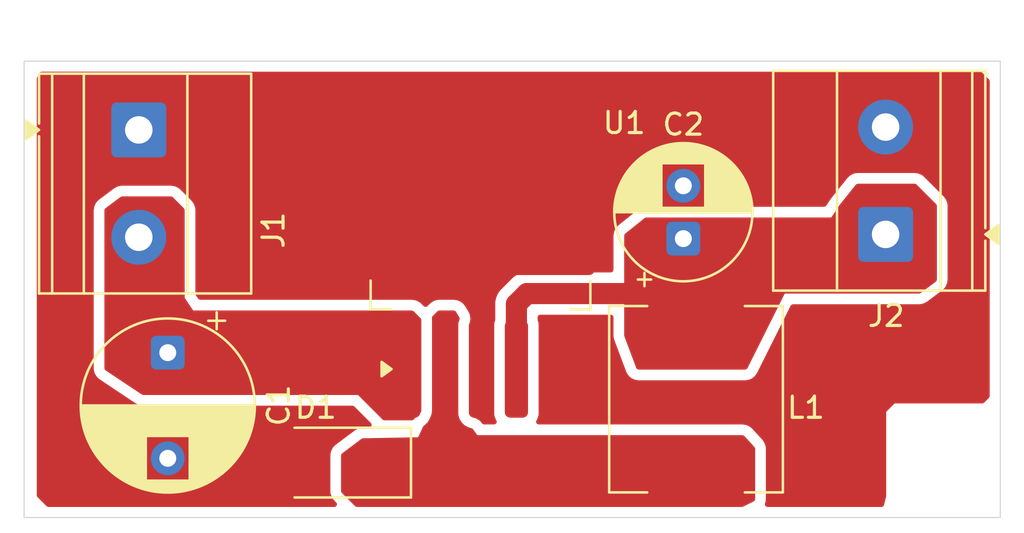
<source format=kicad_pcb>
(kicad_pcb (version 20241229) (generator "pcbnew") (generator_version "9.0")
  (layers (0 "F.Cu" signal) (2 "B.Cu" signal) (13 "F.Paste" user) (15 "B.Paste" user) (5 "F.SilkS" user "F.Silkscreen") (7 "B.SilkS" user "B.Silkscreen") (1 "F.Mask" user) (3 "B.Mask" user) (25 "Edge.Cuts" user))
  (net 0 "")
  (net 1 "GND")
  (net 2 "+12V")
  (net 3 "+5V")
  (net 4 "Net-(D1-K)")
  (footprint "TerminalBlock_Phoenix:TerminalBlock_Phoenix_MKDS-1,5-2-5.08_1x02_P5.08mm_Horizontal" (layer "F.Cu") (at 115.3725 95.2 90)
    (property "Reference" "J2" (at -3.855 0.0275 180) (layer "F.SilkS"))
    (property "Value" "Screw_Terminal_01x02")
    (fp_line (start 7.74 -5.32) (end 7.74 4.72) (stroke (width 0.12)) (layer "F.SilkS"))
    (fp_line (start -2.66 -5.32) (end 7.74 -5.32) (stroke (width 0.12)) (layer "F.SilkS"))
    (fp_line (start -2.66 -2.3) (end 7.74 -2.3) (stroke (width 0.12)) (layer "F.SilkS"))
    (fp_line (start -2.66 2.6) (end 7.74 2.6) (stroke (width 0.12)) (layer "F.SilkS"))
    (fp_line (start -2.66 4.1) (end 7.74 4.1) (stroke (width 0.12)) (layer "F.SilkS"))
    (fp_line (start 7.74 4.72) (end 0.3 4.72) (stroke (width 0.12)) (layer "F.SilkS"))
    (fp_line (start -0.3 4.72) (end -2.66 4.72) (stroke (width 0.12)) (layer "F.SilkS"))
    (fp_line (start -2.66 4.72) (end -2.66 -5.32) (stroke (width 0.12)) (layer "F.SilkS"))
    (fp_poly (pts (xy 0 4.72) (xy 0.44 5.33) (xy -0.44 5.33)) (stroke (width 0.12)) (fill yes) (layer "F.SilkS"))
    (pad "1" thru_hole roundrect (at 0 0 90) (size 2.6 2.6) (drill 1.3) (layers "*.Cu" "*.Mask") (roundrect_rratio 0.096154) (net 3 "+5V"))
    (pad "2" thru_hole circle (at 5.08 0 90) (size 2.6 2.6) (drill 1.3) (layers "*.Cu" "*.Mask") (net 1 "GND"))
  )
  (footprint "TerminalBlock_Phoenix:TerminalBlock_Phoenix_MKDS-1,5-2-5.08_1x02_P5.08mm_Horizontal" (layer "F.Cu") (at 80.0275 90.255 -90)
    (property "Reference" "J1" (at 4.745 -6.3725 90) (layer "F.SilkS"))
    (property "Value" "Screw_Terminal_01x02")
    (fp_line (start -2.66 4.72) (end -2.66 -5.32) (stroke (width 0.12)) (layer "F.SilkS"))
    (fp_line (start -0.3 4.72) (end -2.66 4.72) (stroke (width 0.12)) (layer "F.SilkS"))
    (fp_line (start 7.74 4.72) (end 0.3 4.72) (stroke (width 0.12)) (layer "F.SilkS"))
    (fp_line (start -2.66 4.1) (end 7.74 4.1) (stroke (width 0.12)) (layer "F.SilkS"))
    (fp_line (start -2.66 2.6) (end 7.74 2.6) (stroke (width 0.12)) (layer "F.SilkS"))
    (fp_line (start -2.66 -2.3) (end 7.74 -2.3) (stroke (width 0.12)) (layer "F.SilkS"))
    (fp_line (start -2.66 -5.32) (end 7.74 -5.32) (stroke (width 0.12)) (layer "F.SilkS"))
    (fp_line (start 7.74 -5.32) (end 7.74 4.72) (stroke (width 0.12)) (layer "F.SilkS"))
    (fp_poly (pts (xy 0 4.72) (xy 0.44 5.33) (xy -0.44 5.33)) (stroke (width 0.12)) (fill yes) (layer "F.SilkS"))
    (pad "1" thru_hole roundrect (at 0 0 270) (size 2.6 2.6) (drill 1.3) (layers "*.Cu" "*.Mask") (roundrect_rratio 0.096154) (net 1 "GND"))
    (pad "2" thru_hole circle (at 5.08 0 270) (size 2.6 2.6) (drill 1.3) (layers "*.Cu" "*.Mask") (net 2 "+12V"))
  )
  (footprint "Diode_SMD:D_SMA" (layer "F.Cu") (at 89.4 106 180)
    (property "Reference" "D1" (at 1 2.6 0) (layer "F.SilkS"))
    (property "Value" "D_Schottky")
    (fp_line (start -3.51 1.65) (end 2 1.65) (stroke (width 0.12)) (layer "F.SilkS"))
    (fp_line (start -3.51 -1.65) (end 2 -1.65) (stroke (width 0.12)) (layer "F.SilkS"))
    (fp_line (start -3.51 -1.65) (end -3.51 1.65) (stroke (width 0.12)) (layer "F.SilkS"))
    (pad "1" smd roundrect (at -2 0 180) (size 2.5 1.8) (layers "F.Cu" "F.Mask" "F.Paste") (roundrect_rratio 0.1388888889) (net 4 "Net-(D1-K)"))
    (pad "2" smd roundrect (at 2 0 180) (size 2.5 1.8) (layers "F.Cu" "F.Mask" "F.Paste") (roundrect_rratio 0.1388888889) (net 1 "GND"))
  )
  (footprint "Inductor_SMD:L_APV_APH0840" (layer "F.Cu") (at 106.4 103 90)
    (property "Reference" "L1" (at -0.4 5.2 180) (layer "F.SilkS"))
    (property "Value" "33uH")
    (fp_line (start 4.41 -4.11) (end 4.41 -2.31) (stroke (width 0.12)) (layer "F.SilkS"))
    (fp_line (start -4.41 -4.11) (end 4.41 -4.11) (stroke (width 0.12)) (layer "F.SilkS"))
    (fp_line (start -4.41 -2.31) (end -4.41 -4.11) (stroke (width 0.12)) (layer "F.SilkS"))
    (fp_line (start 4.41 2.31) (end 4.41 4.11) (stroke (width 0.12)) (layer "F.SilkS"))
    (fp_line (start 4.41 4.11) (end -4.41 4.11) (stroke (width 0.12)) (layer "F.SilkS"))
    (fp_line (start -4.41 4.11) (end -4.41 2.31) (stroke (width 0.12)) (layer "F.SilkS"))
    (pad "1" smd roundrect (at -3.5 0 90) (size 3 4.1) (layers "F.Cu" "F.Mask" "F.Paste") (roundrect_rratio 0.083333) (net 4 "Net-(D1-K)"))
    (pad "2" smd roundrect (at 3.5 0 90) (size 3 4.1) (layers "F.Cu" "F.Mask" "F.Paste") (roundrect_rratio 0.083333) (net 3 "+5V"))
  )
  (footprint "Capacitor_THT:CP_Radial_D6.3mm_P2.50mm" (layer "F.Cu") (at 105.8 95.4 90)
    (property "Reference" "C2" (at 5.4 0 180) (layer "F.SilkS"))
    (property "Value" "220uF")
    (fp_line (start 1.29 -3.23) (end 1.29 3.23) (stroke (width 0.12)) (layer "F.SilkS"))
    (fp_line (start 1.25 -3.23) (end 1.25 3.23) (stroke (width 0.12)) (layer "F.SilkS"))
    (fp_line (start 1.33 -3.229) (end 1.33 3.229) (stroke (width 0.12)) (layer "F.SilkS"))
    (fp_line (start 1.37 -3.228) (end 1.37 3.228) (stroke (width 0.12)) (layer "F.SilkS"))
    (fp_line (start 1.41 -3.226) (end 1.41 3.226) (stroke (width 0.12)) (layer "F.SilkS"))
    (fp_line (start 1.45 -3.224) (end 1.45 3.224) (stroke (width 0.12)) (layer "F.SilkS"))
    (fp_line (start 1.49 -3.221) (end 1.49 -1.04) (stroke (width 0.12)) (layer "F.SilkS"))
    (fp_line (start 1.53 -3.218) (end 1.53 -1.04) (stroke (width 0.12)) (layer "F.SilkS"))
    (fp_line (start 1.57 -3.214) (end 1.57 -1.04) (stroke (width 0.12)) (layer "F.SilkS"))
    (fp_line (start 1.61 -3.21) (end 1.61 -1.04) (stroke (width 0.12)) (layer "F.SilkS"))
    (fp_line (start 1.65 -3.205) (end 1.65 -1.04) (stroke (width 0.12)) (layer "F.SilkS"))
    (fp_line (start 1.69 -3.2) (end 1.69 -1.04) (stroke (width 0.12)) (layer "F.SilkS"))
    (fp_line (start 1.73 -3.195) (end 1.73 -1.04) (stroke (width 0.12)) (layer "F.SilkS"))
    (fp_line (start 1.77 -3.188) (end 1.77 -1.04) (stroke (width 0.12)) (layer "F.SilkS"))
    (fp_line (start 1.81 -3.182) (end 1.81 -1.04) (stroke (width 0.12)) (layer "F.SilkS"))
    (fp_line (start 1.85 -3.174) (end 1.85 -1.04) (stroke (width 0.12)) (layer "F.SilkS"))
    (fp_line (start 1.89 -3.167) (end 1.89 -1.04) (stroke (width 0.12)) (layer "F.SilkS"))
    (fp_line (start 1.93 -3.159) (end 1.93 -1.04) (stroke (width 0.12)) (layer "F.SilkS"))
    (fp_line (start 1.97 -3.15) (end 1.97 -1.04) (stroke (width 0.12)) (layer "F.SilkS"))
    (fp_line (start 2.01 -3.14) (end 2.01 -1.04) (stroke (width 0.12)) (layer "F.SilkS"))
    (fp_line (start 2.05 -3.131) (end 2.05 -1.04) (stroke (width 0.12)) (layer "F.SilkS"))
    (fp_line (start 2.09 -3.12) (end 2.09 -1.04) (stroke (width 0.12)) (layer "F.SilkS"))
    (fp_line (start 2.13 -3.109) (end 2.13 -1.04) (stroke (width 0.12)) (layer "F.SilkS"))
    (fp_line (start 2.17 -3.098) (end 2.17 -1.04) (stroke (width 0.12)) (layer "F.SilkS"))
    (fp_line (start 2.21 -3.086) (end 2.21 -1.04) (stroke (width 0.12)) (layer "F.SilkS"))
    (fp_line (start 2.25 -3.073) (end 2.25 -1.04) (stroke (width 0.12)) (layer "F.SilkS"))
    (fp_line (start 2.29 -3.06) (end 2.29 -1.04) (stroke (width 0.12)) (layer "F.SilkS"))
    (fp_line (start 2.33 -3.047) (end 2.33 -1.04) (stroke (width 0.12)) (layer "F.SilkS"))
    (fp_line (start 2.37 -3.032) (end 2.37 -1.04) (stroke (width 0.12)) (layer "F.SilkS"))
    (fp_line (start 2.41 -3.017) (end 2.41 -1.04) (stroke (width 0.12)) (layer "F.SilkS"))
    (fp_line (start 2.45 -3.002) (end 2.45 -1.04) (stroke (width 0.12)) (layer "F.SilkS"))
    (fp_line (start 2.49 -2.986) (end 2.49 -1.04) (stroke (width 0.12)) (layer "F.SilkS"))
    (fp_line (start 2.53 -2.969) (end 2.53 -1.04) (stroke (width 0.12)) (layer "F.SilkS"))
    (fp_line (start 2.57 -2.952) (end 2.57 -1.04) (stroke (width 0.12)) (layer "F.SilkS"))
    (fp_line (start 2.61 -2.934) (end 2.61 -1.04) (stroke (width 0.12)) (layer "F.SilkS"))
    (fp_line (start 2.65 -2.915) (end 2.65 -1.04) (stroke (width 0.12)) (layer "F.SilkS"))
    (fp_line (start 2.69 -2.896) (end 2.69 -1.04) (stroke (width 0.12)) (layer "F.SilkS"))
    (fp_line (start 2.73 -2.876) (end 2.73 -1.04) (stroke (width 0.12)) (layer "F.SilkS"))
    (fp_line (start 2.77 -2.855) (end 2.77 -1.04) (stroke (width 0.12)) (layer "F.SilkS"))
    (fp_line (start 2.81 -2.834) (end 2.81 -1.04) (stroke (width 0.12)) (layer "F.SilkS"))
    (fp_line (start 2.85 -2.812) (end 2.85 -1.04) (stroke (width 0.12)) (layer "F.SilkS"))
    (fp_line (start 2.89 -2.789) (end 2.89 -1.04) (stroke (width 0.12)) (layer "F.SilkS"))
    (fp_line (start 2.93 -2.765) (end 2.93 -1.04) (stroke (width 0.12)) (layer "F.SilkS"))
    (fp_line (start 2.97 -2.741) (end 2.97 -1.04) (stroke (width 0.12)) (layer "F.SilkS"))
    (fp_line (start 3.01 -2.716) (end 3.01 -1.04) (stroke (width 0.12)) (layer "F.SilkS"))
    (fp_line (start 3.05 -2.69) (end 3.05 -1.04) (stroke (width 0.12)) (layer "F.SilkS"))
    (fp_line (start 3.09 -2.663) (end 3.09 -1.04) (stroke (width 0.12)) (layer "F.SilkS"))
    (fp_line (start 3.13 -2.636) (end 3.13 -1.04) (stroke (width 0.12)) (layer "F.SilkS"))
    (fp_line (start 3.17 -2.607) (end 3.17 -1.04) (stroke (width 0.12)) (layer "F.SilkS"))
    (fp_line (start 3.21 -2.577) (end 3.21 -1.04) (stroke (width 0.12)) (layer "F.SilkS"))
    (fp_line (start 3.25 -2.547) (end 3.25 -1.04) (stroke (width 0.12)) (layer "F.SilkS"))
    (fp_line (start 3.29 -2.516) (end 3.29 -1.04) (stroke (width 0.12)) (layer "F.SilkS"))
    (fp_line (start 3.33 -2.483) (end 3.33 -1.04) (stroke (width 0.12)) (layer "F.SilkS"))
    (fp_line (start 3.37 -2.45) (end 3.37 -1.04) (stroke (width 0.12)) (layer "F.SilkS"))
    (fp_line (start 3.41 -2.415) (end 3.41 -1.04) (stroke (width 0.12)) (layer "F.SilkS"))
    (fp_line (start 3.45 -2.379) (end 3.45 -1.04) (stroke (width 0.12)) (layer "F.SilkS"))
    (fp_line (start 3.49 -2.342) (end 3.49 -1.04) (stroke (width 0.12)) (layer "F.SilkS"))
    (fp_line (start 3.53 -2.304) (end 3.53 -1.04) (stroke (width 0.12)) (layer "F.SilkS"))
    (fp_line (start 3.57 -2.264) (end 3.57 2.264) (stroke (width 0.12)) (layer "F.SilkS"))
    (fp_line (start 3.61 -2.223) (end 3.61 2.223) (stroke (width 0.12)) (layer "F.SilkS"))
    (fp_line (start 3.65 -2.181) (end 3.65 2.181) (stroke (width 0.12)) (layer "F.SilkS"))
    (fp_line (start -1.935241 -2.154) (end -1.935241 -1.524) (stroke (width 0.12)) (layer "F.SilkS"))
    (fp_line (start 3.69 -2.137) (end 3.69 2.137) (stroke (width 0.12)) (layer "F.SilkS"))
    (fp_line (start 3.73 -2.091) (end 3.73 2.091) (stroke (width 0.12)) (layer "F.SilkS"))
    (fp_line (start 3.77 -2.044) (end 3.77 2.044) (stroke (width 0.12)) (layer "F.SilkS"))
    (fp_line (start 3.81 -1.995) (end 3.81 1.995) (stroke (width 0.12)) (layer "F.SilkS"))
    (fp_line (start 3.85 -1.943) (end 3.85 1.943) (stroke (width 0.12)) (layer "F.SilkS"))
    (fp_line (start 3.89 -1.89) (end 3.89 1.89) (stroke (width 0.12)) (layer "F.SilkS"))
    (fp_line (start -2.250241 -1.839) (end -1.620241 -1.839) (stroke (width 0.12)) (layer "F.SilkS"))
    (fp_line (start 3.93 -1.834) (end 3.93 1.834) (stroke (width 0.12)) (layer "F.SilkS"))
    (fp_line (start 3.97 -1.775) (end 3.97 1.775) (stroke (width 0.12)) (layer "F.SilkS"))
    (fp_line (start 4.01 -1.714) (end 4.01 1.714) (stroke (width 0.12)) (layer "F.SilkS"))
    (fp_line (start 4.05 -1.649) (end 4.05 1.649) (stroke (width 0.12)) (layer "F.SilkS"))
    (fp_line (start 4.09 -1.581) (end 4.09 1.581) (stroke (width 0.12)) (layer "F.SilkS"))
    (fp_line (start 4.13 -1.509) (end 4.13 1.509) (stroke (width 0.12)) (layer "F.SilkS"))
    (fp_line (start 4.17 -1.432) (end 4.17 1.432) (stroke (width 0.12)) (layer "F.SilkS"))
    (fp_line (start 4.21 -1.35) (end 4.21 1.35) (stroke (width 0.12)) (layer "F.SilkS"))
    (fp_line (start 4.25 -1.261) (end 4.25 1.261) (stroke (width 0.12)) (layer "F.SilkS"))
    (fp_line (start 4.29 -1.165) (end 4.29 1.165) (stroke (width 0.12)) (layer "F.SilkS"))
    (fp_line (start 4.33 -1.058) (end 4.33 1.058) (stroke (width 0.12)) (layer "F.SilkS"))
    (fp_line (start 4.37 -0.939) (end 4.37 0.939) (stroke (width 0.12)) (layer "F.SilkS"))
    (fp_line (start 4.41 -0.801) (end 4.41 0.801) (stroke (width 0.12)) (layer "F.SilkS"))
    (fp_line (start 4.45 -0.633) (end 4.45 0.633) (stroke (width 0.12)) (layer "F.SilkS"))
    (fp_line (start 4.49 -0.402) (end 4.49 0.402) (stroke (width 0.12)) (layer "F.SilkS"))
    (fp_line (start 3.53 1.04) (end 3.53 2.304) (stroke (width 0.12)) (layer "F.SilkS"))
    (fp_line (start 3.49 1.04) (end 3.49 2.342) (stroke (width 0.12)) (layer "F.SilkS"))
    (fp_line (start 3.45 1.04) (end 3.45 2.379) (stroke (width 0.12)) (layer "F.SilkS"))
    (fp_line (start 3.41 1.04) (end 3.41 2.415) (stroke (width 0.12)) (layer "F.SilkS"))
    (fp_line (start 3.37 1.04) (end 3.37 2.45) (stroke (width 0.12)) (layer "F.SilkS"))
    (fp_line (start 3.33 1.04) (end 3.33 2.483) (stroke (width 0.12)) (layer "F.SilkS"))
    (fp_line (start 3.29 1.04) (end 3.29 2.516) (stroke (width 0.12)) (layer "F.SilkS"))
    (fp_line (start 3.25 1.04) (end 3.25 2.547) (stroke (width 0.12)) (layer "F.SilkS"))
    (fp_line (start 3.21 1.04) (end 3.21 2.577) (stroke (width 0.12)) (layer "F.SilkS"))
    (fp_line (start 3.17 1.04) (end 3.17 2.607) (stroke (width 0.12)) (layer "F.SilkS"))
    (fp_line (start 3.13 1.04) (end 3.13 2.636) (stroke (width 0.12)) (layer "F.SilkS"))
    (fp_line (start 3.09 1.04) (end 3.09 2.663) (stroke (width 0.12)) (layer "F.SilkS"))
    (fp_line (start 3.05 1.04) (end 3.05 2.69) (stroke (width 0.12)) (layer "F.SilkS"))
    (fp_line (start 3.01 1.04) (end 3.01 2.716) (stroke (width 0.12)) (layer "F.SilkS"))
    (fp_line (start 2.97 1.04) (end 2.97 2.741) (stroke (width 0.12)) (layer "F.SilkS"))
    (fp_line (start 2.93 1.04) (end 2.93 2.765) (stroke (width 0.12)) (layer "F.SilkS"))
    (fp_line (start 2.89 1.04) (end 2.89 2.789) (stroke (width 0.12)) (layer "F.SilkS"))
    (fp_line (start 2.85 1.04) (end 2.85 2.812) (stroke (width 0.12)) (layer "F.SilkS"))
    (fp_line (start 2.81 1.04) (end 2.81 2.834) (stroke (width 0.12)) (layer "F.SilkS"))
    (fp_line (start 2.77 1.04) (end 2.77 2.855) (stroke (width 0.12)) (layer "F.SilkS"))
    (fp_line (start 2.73 1.04) (end 2.73 2.876) (stroke (width 0.12)) (layer "F.SilkS"))
    (fp_line (start 2.69 1.04) (end 2.69 2.896) (stroke (width 0.12)) (layer "F.SilkS"))
    (fp_line (start 2.65 1.04) (end 2.65 2.915) (stroke (width 0.12)) (layer "F.SilkS"))
    (fp_line (start 2.61 1.04) (end 2.61 2.934) (stroke (width 0.12)) (layer "F.SilkS"))
    (fp_line (start 2.57 1.04) (end 2.57 2.952) (stroke (width 0.12)) (layer "F.SilkS"))
    (fp_line (start 2.53 1.04) (end 2.53 2.969) (stroke (width 0.12)) (layer "F.SilkS"))
    (fp_line (start 2.49 1.04) (end 2.49 2.986) (stroke (width 0.12)) (layer "F.SilkS"))
    (fp_line (start 2.45 1.04) (end 2.45 3.002) (stroke (width 0.12)) (layer "F.SilkS"))
    (fp_line (start 2.41 1.04) (end 2.41 3.017) (stroke (width 0.12)) (layer "F.SilkS"))
    (fp_line (start 2.37 1.04) (end 2.37 3.032) (stroke (width 0.12)) (layer "F.SilkS"))
    (fp_line (start 2.33 1.04) (end 2.33 3.047) (stroke (width 0.12)) (layer "F.SilkS"))
    (fp_line (start 2.29 1.04) (end 2.29 3.06) (stroke (width 0.12)) (layer "F.SilkS"))
    (fp_line (start 2.25 1.04) (end 2.25 3.073) (stroke (width 0.12)) (layer "F.SilkS"))
    (fp_line (start 2.21 1.04) (end 2.21 3.086) (stroke (width 0.12)) (layer "F.SilkS"))
    (fp_line (start 2.17 1.04) (end 2.17 3.098) (stroke (width 0.12)) (layer "F.SilkS"))
    (fp_line (start 2.13 1.04) (end 2.13 3.109) (stroke (width 0.12)) (layer "F.SilkS"))
    (fp_line (start 2.09 1.04) (end 2.09 3.12) (stroke (width 0.12)) (layer "F.SilkS"))
    (fp_line (start 2.05 1.04) (end 2.05 3.131) (stroke (width 0.12)) (layer "F.SilkS"))
    (fp_line (start 2.01 1.04) (end 2.01 3.14) (stroke (width 0.12)) (layer "F.SilkS"))
    (fp_line (start 1.97 1.04) (end 1.97 3.15) (stroke (width 0.12)) (layer "F.SilkS"))
    (fp_line (start 1.93 1.04) (end 1.93 3.159) (stroke (width 0.12)) (layer "F.SilkS"))
    (fp_line (start 1.89 1.04) (end 1.89 3.167) (stroke (width 0.12)) (layer "F.SilkS"))
    (fp_line (start 1.85 1.04) (end 1.85 3.174) (stroke (width 0.12)) (layer "F.SilkS"))
    (fp_line (start 1.81 1.04) (end 1.81 3.182) (stroke (width 0.12)) (layer "F.SilkS"))
    (fp_line (start 1.77 1.04) (end 1.77 3.188) (stroke (width 0.12)) (layer "F.SilkS"))
    (fp_line (start 1.73 1.04) (end 1.73 3.195) (stroke (width 0.12)) (layer "F.SilkS"))
    (fp_line (start 1.69 1.04) (end 1.69 3.2) (stroke (width 0.12)) (layer "F.SilkS"))
    (fp_line (start 1.65 1.04) (end 1.65 3.205) (stroke (width 0.12)) (layer "F.SilkS"))
    (fp_line (start 1.61 1.04) (end 1.61 3.21) (stroke (width 0.12)) (layer "F.SilkS"))
    (fp_line (start 1.57 1.04) (end 1.57 3.214) (stroke (width 0.12)) (layer "F.SilkS"))
    (fp_line (start 1.53 1.04) (end 1.53 3.218) (stroke (width 0.12)) (layer "F.SilkS"))
    (fp_line (start 1.49 1.04) (end 1.49 3.221) (stroke (width 0.12)) (layer "F.SilkS"))
    (fp_circle (center 1.25 0) (end 4.52 0) (stroke (width 0.12)) (fill no) (layer "F.SilkS"))
    (pad "1" thru_hole roundrect (at 0 0 90) (size 1.6 1.6) (drill 0.8) (layers "*.Cu" "*.Mask") (roundrect_rratio 0.15625) (net 3 "+5V"))
    (pad "2" thru_hole circle (at 2.5 0 90) (size 1.6 1.6) (drill 0.8) (layers "*.Cu" "*.Mask") (net 1 "GND"))
  )
  (footprint "Capacitor_THT:CP_Radial_D8.0mm_P5.00mm" (layer "F.Cu") (at 81.4 100.797349 -90)
    (property "Reference" "C1" (at 2.5 -5.25 90) (layer "F.SilkS"))
    (property "Value" "680uF")
    (fp_line (start 3.98 1.04) (end 3.98 3.805) (stroke (width 0.12)) (layer "F.SilkS"))
    (fp_line (start 4.02 1.04) (end 4.02 3.789) (stroke (width 0.12)) (layer "F.SilkS"))
    (fp_line (start 4.06 1.04) (end 4.06 3.773) (stroke (width 0.12)) (layer "F.SilkS"))
    (fp_line (start 4.1 1.04) (end 4.1 3.757) (stroke (width 0.12)) (layer "F.SilkS"))
    (fp_line (start 4.14 1.04) (end 4.14 3.74) (stroke (width 0.12)) (layer "F.SilkS"))
    (fp_line (start 4.18 1.04) (end 4.18 3.722) (stroke (width 0.12)) (layer "F.SilkS"))
    (fp_line (start 4.22 1.04) (end 4.22 3.704) (stroke (width 0.12)) (layer "F.SilkS"))
    (fp_line (start 4.26 1.04) (end 4.26 3.685) (stroke (width 0.12)) (layer "F.SilkS"))
    (fp_line (start 4.3 1.04) (end 4.3 3.666) (stroke (width 0.12)) (layer "F.SilkS"))
    (fp_line (start 4.34 1.04) (end 4.34 3.646) (stroke (width 0.12)) (layer "F.SilkS"))
    (fp_line (start 4.38 1.04) (end 4.38 3.626) (stroke (width 0.12)) (layer "F.SilkS"))
    (fp_line (start 4.42 1.04) (end 4.42 3.605) (stroke (width 0.12)) (layer "F.SilkS"))
    (fp_line (start 4.46 1.04) (end 4.46 3.584) (stroke (width 0.12)) (layer "F.SilkS"))
    (fp_line (start 4.5 1.04) (end 4.5 3.562) (stroke (width 0.12)) (layer "F.SilkS"))
    (fp_line (start 4.54 1.04) (end 4.54 3.539) (stroke (width 0.12)) (layer "F.SilkS"))
    (fp_line (start 4.58 1.04) (end 4.58 3.516) (stroke (width 0.12)) (layer "F.SilkS"))
    (fp_line (start 4.62 1.04) (end 4.62 3.493) (stroke (width 0.12)) (layer "F.SilkS"))
    (fp_line (start 4.66 1.04) (end 4.66 3.468) (stroke (width 0.12)) (layer "F.SilkS"))
    (fp_line (start 4.7 1.04) (end 4.7 3.443) (stroke (width 0.12)) (layer "F.SilkS"))
    (fp_line (start 4.74 1.04) (end 4.74 3.418) (stroke (width 0.12)) (layer "F.SilkS"))
    (fp_line (start 4.78 1.04) (end 4.78 3.392) (stroke (width 0.12)) (layer "F.SilkS"))
    (fp_line (start 4.82 1.04) (end 4.82 3.365) (stroke (width 0.12)) (layer "F.SilkS"))
    (fp_line (start 4.86 1.04) (end 4.86 3.337) (stroke (width 0.12)) (layer "F.SilkS"))
    (fp_line (start 4.9 1.04) (end 4.9 3.309) (stroke (width 0.12)) (layer "F.SilkS"))
    (fp_line (start 4.94 1.04) (end 4.94 3.28) (stroke (width 0.12)) (layer "F.SilkS"))
    (fp_line (start 4.98 1.04) (end 4.98 3.25) (stroke (width 0.12)) (layer "F.SilkS"))
    (fp_line (start 5.02 1.04) (end 5.02 3.219) (stroke (width 0.12)) (layer "F.SilkS"))
    (fp_line (start 5.06 1.04) (end 5.06 3.188) (stroke (width 0.12)) (layer "F.SilkS"))
    (fp_line (start 5.1 1.04) (end 5.1 3.156) (stroke (width 0.12)) (layer "F.SilkS"))
    (fp_line (start 5.14 1.04) (end 5.14 3.123) (stroke (width 0.12)) (layer "F.SilkS"))
    (fp_line (start 5.18 1.04) (end 5.18 3.089) (stroke (width 0.12)) (layer "F.SilkS"))
    (fp_line (start 5.22 1.04) (end 5.22 3.055) (stroke (width 0.12)) (layer "F.SilkS"))
    (fp_line (start 5.26 1.04) (end 5.26 3.019) (stroke (width 0.12)) (layer "F.SilkS"))
    (fp_line (start 5.3 1.04) (end 5.3 2.982) (stroke (width 0.12)) (layer "F.SilkS"))
    (fp_line (start 5.34 1.04) (end 5.34 2.945) (stroke (width 0.12)) (layer "F.SilkS"))
    (fp_line (start 5.38 1.04) (end 5.38 2.906) (stroke (width 0.12)) (layer "F.SilkS"))
    (fp_line (start 5.42 1.04) (end 5.42 2.867) (stroke (width 0.12)) (layer "F.SilkS"))
    (fp_line (start 5.46 1.04) (end 5.46 2.826) (stroke (width 0.12)) (layer "F.SilkS"))
    (fp_line (start 5.5 1.04) (end 5.5 2.784) (stroke (width 0.12)) (layer "F.SilkS"))
    (fp_line (start 5.54 1.04) (end 5.54 2.741) (stroke (width 0.12)) (layer "F.SilkS"))
    (fp_line (start 5.58 1.04) (end 5.58 2.696) (stroke (width 0.12)) (layer "F.SilkS"))
    (fp_line (start 5.62 1.04) (end 5.62 2.651) (stroke (width 0.12)) (layer "F.SilkS"))
    (fp_line (start 5.66 1.04) (end 5.66 2.604) (stroke (width 0.12)) (layer "F.SilkS"))
    (fp_line (start 5.7 1.04) (end 5.7 2.555) (stroke (width 0.12)) (layer "F.SilkS"))
    (fp_line (start 5.74 1.04) (end 5.74 2.505) (stroke (width 0.12)) (layer "F.SilkS"))
    (fp_line (start 5.78 1.04) (end 5.78 2.453) (stroke (width 0.12)) (layer "F.SilkS"))
    (fp_line (start 5.82 1.04) (end 5.82 2.4) (stroke (width 0.12)) (layer "F.SilkS"))
    (fp_line (start 5.86 1.04) (end 5.86 2.344) (stroke (width 0.12)) (layer "F.SilkS"))
    (fp_line (start 5.9 1.04) (end 5.9 2.287) (stroke (width 0.12)) (layer "F.SilkS"))
    (fp_line (start 5.94 1.04) (end 5.94 2.227) (stroke (width 0.12)) (layer "F.SilkS"))
    (fp_line (start 5.98 1.04) (end 5.98 2.165) (stroke (width 0.12)) (layer "F.SilkS"))
    (fp_line (start 6.02 1.04) (end 6.02 2.101) (stroke (width 0.12)) (layer "F.SilkS"))
    (fp_line (start 6.58 -0.533) (end 6.58 0.533) (stroke (width 0.12)) (layer "F.SilkS"))
    (fp_line (start 6.54 -0.768) (end 6.54 0.768) (stroke (width 0.12)) (layer "F.SilkS"))
    (fp_line (start 6.5 -0.947) (end 6.5 0.947) (stroke (width 0.12)) (layer "F.SilkS"))
    (fp_line (start 6.46 -1.097) (end 6.46 1.097) (stroke (width 0.12)) (layer "F.SilkS"))
    (fp_line (start 6.42 -1.228) (end 6.42 1.228) (stroke (width 0.12)) (layer "F.SilkS"))
    (fp_line (start 6.38 -1.346) (end 6.38 1.346) (stroke (width 0.12)) (layer "F.SilkS"))
    (fp_line (start 6.34 -1.453) (end 6.34 1.453) (stroke (width 0.12)) (layer "F.SilkS"))
    (fp_line (start 6.3 -1.552) (end 6.3 1.552) (stroke (width 0.12)) (layer "F.SilkS"))
    (fp_line (start 6.26 -1.644) (end 6.26 1.644) (stroke (width 0.12)) (layer "F.SilkS"))
    (fp_line (start 6.22 -1.731) (end 6.22 1.731) (stroke (width 0.12)) (layer "F.SilkS"))
    (fp_line (start 6.18 -1.813) (end 6.18 1.813) (stroke (width 0.12)) (layer "F.SilkS"))
    (fp_line (start 6.14 -1.89) (end 6.14 1.89) (stroke (width 0.12)) (layer "F.SilkS"))
    (fp_line (start 6.1 -1.964) (end 6.1 1.964) (stroke (width 0.12)) (layer "F.SilkS"))
    (fp_line (start 6.06 -2.034) (end 6.06 2.034) (stroke (width 0.12)) (layer "F.SilkS"))
    (fp_line (start 6.02 -2.101) (end 6.02 -1.04) (stroke (width 0.12)) (layer "F.SilkS"))
    (fp_line (start 5.98 -2.165) (end 5.98 -1.04) (stroke (width 0.12)) (layer "F.SilkS"))
    (fp_line (start 5.94 -2.227) (end 5.94 -1.04) (stroke (width 0.12)) (layer "F.SilkS"))
    (fp_line (start 5.9 -2.287) (end 5.9 -1.04) (stroke (width 0.12)) (layer "F.SilkS"))
    (fp_line (start -1.909698 -2.315) (end -1.109698 -2.315) (stroke (width 0.12)) (layer "F.SilkS"))
    (fp_line (start 5.86 -2.344) (end 5.86 -1.04) (stroke (width 0.12)) (layer "F.SilkS"))
    (fp_line (start 5.82 -2.4) (end 5.82 -1.04) (stroke (width 0.12)) (layer "F.SilkS"))
    (fp_line (start 5.78 -2.453) (end 5.78 -1.04) (stroke (width 0.12)) (layer "F.SilkS"))
    (fp_line (start 5.74 -2.505) (end 5.74 -1.04) (stroke (width 0.12)) (layer "F.SilkS"))
    (fp_line (start 5.7 -2.555) (end 5.7 -1.04) (stroke (width 0.12)) (layer "F.SilkS"))
    (fp_line (start 5.66 -2.604) (end 5.66 -1.04) (stroke (width 0.12)) (layer "F.SilkS"))
    (fp_line (start 5.62 -2.651) (end 5.62 -1.04) (stroke (width 0.12)) (layer "F.SilkS"))
    (fp_line (start 5.58 -2.696) (end 5.58 -1.04) (stroke (width 0.12)) (layer "F.SilkS"))
    (fp_line (start -1.509698 -2.715) (end -1.509698 -1.915) (stroke (width 0.12)) (layer "F.SilkS"))
    (fp_line (start 5.54 -2.741) (end 5.54 -1.04) (stroke (width 0.12)) (layer "F.SilkS"))
    (fp_line (start 5.5 -2.784) (end 5.5 -1.04) (stroke (width 0.12)) (layer "F.SilkS"))
    (fp_line (start 5.46 -2.826) (end 5.46 -1.04) (stroke (width 0.12)) (layer "F.SilkS"))
    (fp_line (start 5.42 -2.867) (end 5.42 -1.04) (stroke (width 0.12)) (layer "F.SilkS"))
    (fp_line (start 5.38 -2.906) (end 5.38 -1.04) (stroke (width 0.12)) (layer "F.SilkS"))
    (fp_line (start 5.34 -2.945) (end 5.34 -1.04) (stroke (width 0.12)) (layer "F.SilkS"))
    (fp_line (start 5.3 -2.982) (end 5.3 -1.04) (stroke (width 0.12)) (layer "F.SilkS"))
    (fp_line (start 5.26 -3.019) (end 5.26 -1.04) (stroke (width 0.12)) (layer "F.SilkS"))
    (fp_line (start 5.22 -3.055) (end 5.22 -1.04) (stroke (width 0.12)) (layer "F.SilkS"))
    (fp_line (start 5.18 -3.089) (end 5.18 -1.04) (stroke (width 0.12)) (layer "F.SilkS"))
    (fp_line (start 5.14 -3.123) (end 5.14 -1.04) (stroke (width 0.12)) (layer "F.SilkS"))
    (fp_line (start 5.1 -3.156) (end 5.1 -1.04) (stroke (width 0.12)) (layer "F.SilkS"))
    (fp_line (start 5.06 -3.188) (end 5.06 -1.04) (stroke (width 0.12)) (layer "F.SilkS"))
    (fp_line (start 5.02 -3.219) (end 5.02 -1.04) (stroke (width 0.12)) (layer "F.SilkS"))
    (fp_line (start 4.98 -3.25) (end 4.98 -1.04) (stroke (width 0.12)) (layer "F.SilkS"))
    (fp_line (start 4.94 -3.28) (end 4.94 -1.04) (stroke (width 0.12)) (layer "F.SilkS"))
    (fp_line (start 4.9 -3.309) (end 4.9 -1.04) (stroke (width 0.12)) (layer "F.SilkS"))
    (fp_line (start 4.86 -3.337) (end 4.86 -1.04) (stroke (width 0.12)) (layer "F.SilkS"))
    (fp_line (start 4.82 -3.365) (end 4.82 -1.04) (stroke (width 0.12)) (layer "F.SilkS"))
    (fp_line (start 4.78 -3.392) (end 4.78 -1.04) (stroke (width 0.12)) (layer "F.SilkS"))
    (fp_line (start 4.74 -3.418) (end 4.74 -1.04) (stroke (width 0.12)) (layer "F.SilkS"))
    (fp_line (start 4.7 -3.443) (end 4.7 -1.04) (stroke (width 0.12)) (layer "F.SilkS"))
    (fp_line (start 4.66 -3.468) (end 4.66 -1.04) (stroke (width 0.12)) (layer "F.SilkS"))
    (fp_line (start 4.62 -3.493) (end 4.62 -1.04) (stroke (width 0.12)) (layer "F.SilkS"))
    (fp_line (start 4.58 -3.516) (end 4.58 -1.04) (stroke (width 0.12)) (layer "F.SilkS"))
    (fp_line (start 4.54 -3.539) (end 4.54 -1.04) (stroke (width 0.12)) (layer "F.SilkS"))
    (fp_line (start 4.5 -3.562) (end 4.5 -1.04) (stroke (width 0.12)) (layer "F.SilkS"))
    (fp_line (start 4.46 -3.584) (end 4.46 -1.04) (stroke (width 0.12)) (layer "F.SilkS"))
    (fp_line (start 4.42 -3.605) (end 4.42 -1.04) (stroke (width 0.12)) (layer "F.SilkS"))
    (fp_line (start 4.38 -3.626) (end 4.38 -1.04) (stroke (width 0.12)) (layer "F.SilkS"))
    (fp_line (start 4.34 -3.646) (end 4.34 -1.04) (stroke (width 0.12)) (layer "F.SilkS"))
    (fp_line (start 4.3 -3.666) (end 4.3 -1.04) (stroke (width 0.12)) (layer "F.SilkS"))
    (fp_line (start 4.26 -3.685) (end 4.26 -1.04) (stroke (width 0.12)) (layer "F.SilkS"))
    (fp_line (start 4.22 -3.704) (end 4.22 -1.04) (stroke (width 0.12)) (layer "F.SilkS"))
    (fp_line (start 4.18 -3.722) (end 4.18 -1.04) (stroke (width 0.12)) (layer "F.SilkS"))
    (fp_line (start 4.14 -3.74) (end 4.14 -1.04) (stroke (width 0.12)) (layer "F.SilkS"))
    (fp_line (start 4.1 -3.757) (end 4.1 -1.04) (stroke (width 0.12)) (layer "F.SilkS"))
    (fp_line (start 4.06 -3.773) (end 4.06 -1.04) (stroke (width 0.12)) (layer "F.SilkS"))
    (fp_line (start 4.02 -3.789) (end 4.02 -1.04) (stroke (width 0.12)) (layer "F.SilkS"))
    (fp_line (start 3.98 -3.805) (end 3.98 -1.04) (stroke (width 0.12)) (layer "F.SilkS"))
    (fp_line (start 3.94 -3.82) (end 3.94 3.82) (stroke (width 0.12)) (layer "F.SilkS"))
    (fp_line (start 3.9 -3.835) (end 3.9 3.835) (stroke (width 0.12)) (layer "F.SilkS"))
    (fp_line (start 3.86 -3.849) (end 3.86 3.849) (stroke (width 0.12)) (layer "F.SilkS"))
    (fp_line (start 3.82 -3.863) (end 3.82 3.863) (stroke (width 0.12)) (layer "F.SilkS"))
    (fp_line (start 3.78 -3.876) (end 3.78 3.876) (stroke (width 0.12)) (layer "F.SilkS"))
    (fp_line (start 3.74 -3.889) (end 3.74 3.889) (stroke (width 0.12)) (layer "F.SilkS"))
    (fp_line (start 3.7 -3.901) (end 3.7 3.901) (stroke (width 0.12)) (layer "F.SilkS"))
    (fp_line (start 3.66 -3.913) (end 3.66 3.913) (stroke (width 0.12)) (layer "F.SilkS"))
    (fp_line (start 3.62 -3.925) (end 3.62 3.925) (stroke (width 0.12)) (layer "F.SilkS"))
    (fp_line (start 3.58 -3.936) (end 3.58 3.936) (stroke (width 0.12)) (layer "F.SilkS"))
    (fp_line (start 3.54 -3.947) (end 3.54 3.947) (stroke (width 0.12)) (layer "F.SilkS"))
    (fp_line (start 3.5 -3.957) (end 3.5 3.957) (stroke (width 0.12)) (layer "F.SilkS"))
    (fp_line (start 3.46 -3.967) (end 3.46 3.967) (stroke (width 0.12)) (layer "F.SilkS"))
    (fp_line (start 3.42 -3.976) (end 3.42 3.976) (stroke (width 0.12)) (layer "F.SilkS"))
    (fp_line (start 3.38 -3.985) (end 3.38 3.985) (stroke (width 0.12)) (layer "F.SilkS"))
    (fp_line (start 3.34 -3.993) (end 3.34 3.993) (stroke (width 0.12)) (layer "F.SilkS"))
    (fp_line (start 3.3 -4.002) (end 3.3 4.002) (stroke (width 0.12)) (layer "F.SilkS"))
    (fp_line (start 3.26 -4.009) (end 3.26 4.009) (stroke (width 0.12)) (layer "F.SilkS"))
    (fp_line (start 3.22 -4.017) (end 3.22 4.017) (stroke (width 0.12)) (layer "F.SilkS"))
    (fp_line (start 3.18 -4.023) (end 3.18 4.023) (stroke (width 0.12)) (layer "F.SilkS"))
    (fp_line (start 3.14 -4.03) (end 3.14 4.03) (stroke (width 0.12)) (layer "F.SilkS"))
    (fp_line (start 3.1 -4.036) (end 3.1 4.036) (stroke (width 0.12)) (layer "F.SilkS"))
    (fp_line (start 3.06 -4.042) (end 3.06 4.042) (stroke (width 0.12)) (layer "F.SilkS"))
    (fp_line (start 3.02 -4.047) (end 3.02 4.047) (stroke (width 0.12)) (layer "F.SilkS"))
    (fp_line (start 2.98 -4.052) (end 2.98 4.052) (stroke (width 0.12)) (layer "F.SilkS"))
    (fp_line (start 2.94 -4.056) (end 2.94 4.056) (stroke (width 0.12)) (layer "F.SilkS"))
    (fp_line (start 2.9 -4.061) (end 2.9 4.061) (stroke (width 0.12)) (layer "F.SilkS"))
    (fp_line (start 2.86 -4.064) (end 2.86 4.064) (stroke (width 0.12)) (layer "F.SilkS"))
    (fp_line (start 2.82 -4.068) (end 2.82 4.068) (stroke (width 0.12)) (layer "F.SilkS"))
    (fp_line (start 2.78 -4.07) (end 2.78 4.07) (stroke (width 0.12)) (layer "F.SilkS"))
    (fp_line (start 2.74 -4.073) (end 2.74 4.073) (stroke (width 0.12)) (layer "F.SilkS"))
    (fp_line (start 2.7 -4.075) (end 2.7 4.075) (stroke (width 0.12)) (layer "F.SilkS"))
    (fp_line (start 2.66 -4.077) (end 2.66 4.077) (stroke (width 0.12)) (layer "F.SilkS"))
    (fp_line (start 2.62 -4.078) (end 2.62 4.078) (stroke (width 0.12)) (layer "F.SilkS"))
    (fp_line (start 2.58 -4.079) (end 2.58 4.079) (stroke (width 0.12)) (layer "F.SilkS"))
    (fp_line (start 2.5 -4.08) (end 2.5 4.08) (stroke (width 0.12)) (layer "F.SilkS"))
    (fp_line (start 2.54 -4.08) (end 2.54 4.08) (stroke (width 0.12)) (layer "F.SilkS"))
    (fp_circle (center 2.5 0) (end 6.62 0) (stroke (width 0.12)) (fill no) (layer "F.SilkS"))
    (pad "1" thru_hole roundrect (at 0 0 270) (size 1.6 1.6) (drill 0.8) (layers "*.Cu" "*.Mask") (roundrect_rratio 0.15625) (net 2 "+12V"))
    (pad "2" thru_hole circle (at 5 0 270) (size 1.6 1.6) (drill 0.8) (layers "*.Cu" "*.Mask") (net 1 "GND"))
  )
  (footprint "Package_TO_SOT_SMD:TO-263-5_TabPin3" (layer "F.Cu") (at 96.2 93.925 90)
    (property "Reference" "U1" (at 4 6.8 180) (layer "F.SilkS"))
    (property "Value" "LM2596S-5")
    (fp_line (start -3.46 -5.2) (end -4.825 -5.2) (stroke (width 0.12)) (layer "F.SilkS"))
    (fp_line (start -4.825 -5.2) (end -4.825 -4.25) (stroke (width 0.12)) (layer "F.SilkS"))
    (fp_line (start -3.46 5.2) (end -4.825 5.2) (stroke (width 0.12)) (layer "F.SilkS"))
    (fp_line (start -4.825 5.2) (end -4.825 4.25) (stroke (width 0.12)) (layer "F.SilkS"))
    (fp_poly (pts (xy -7.65 -4.21) (xy -7.99 -4.68) (xy -7.31 -4.68)) (stroke (width 0.12)) (fill yes) (layer "F.SilkS"))
    (pad "1" smd roundrect (at -7.65 -3.4 90) (size 4.6 1.1) (layers "F.Cu" "F.Mask" "F.Paste") (roundrect_rratio 0.227273) (net 2 "+12V"))
    (pad "2" smd roundrect (at -7.65 -1.7 90) (size 4.6 1.1) (layers "F.Cu" "F.Mask" "F.Paste") (roundrect_rratio 0.227273) (net 4 "Net-(D1-K)"))
    (pad "3" smd roundrect (at -7.65 0 90) (size 4.6 1.1) (layers "F.Cu" "F.Mask" "F.Paste") (roundrect_rratio 0.227273) (net 1 "GND"))
    (pad "3" smd roundrect (at 1.5 0 90) (size 9.4 10.8) (layers "F.Cu" "F.Mask") (roundrect_rratio 0.026596) (net 1 "GND"))
    (pad "4" smd roundrect (at -7.65 1.7 90) (size 4.6 1.1) (layers "F.Cu" "F.Mask" "F.Paste") (roundrect_rratio 0.227273) (net 3 "+5V"))
    (pad "5" smd roundrect (at -7.65 3.4 90) (size 4.6 1.1) (layers "F.Cu" "F.Mask" "F.Paste") (roundrect_rratio 0.227273) (net 1 "GND"))
  )
  (gr_rect (start 74.6 87) (end 120.8 108.6) (stroke (width 0.05)) (fill no) (layer "Edge.Cuts"))
  (segment (start 106 99.5) (end 104.5 98) (width 1) (layer "F.Cu") (net 3))
  (segment (start 104.5 98) (end 98.4 98) (width 1) (layer "F.Cu") (net 3))
  (segment (start 98.4 98) (end 97.9 98.5) (width 1) (layer "F.Cu") (net 3))
  (segment (start 97.9 98.5) (end 97.9 101.575) (width 1) (layer "F.Cu") (net 3))
  (zone (net 4) (net_name "Net-(D1-K)") (layer "F.Cu") (priority 4) (connect_pads yes (clearance 0.5)) (min_thickness 0.25) (fill yes (thermal_gap 0.5) (thermal_bridge_width 0.5))
    (polygon (pts (xy 90.6 104.85) (xy 93.25 104.8) (xy 93.8 103.6) (xy 93.8 99.2) (xy 94.2 98.8) (xy 95 98.8) (xy 95.25 99.2) (xy 95.25 103.6) (xy 96.05 104.7) (xy 108.65 104.7) (xy 109.2 105.3) (xy 109.2 107.8) (xy 108.4 108.2) (xy 90.4 108.2) (xy 89.6 107.4) (xy 89.6 105.6)))
  )
  (zone (net 1) (net_name "GND") (layer "F.Cu") (priority 2) (connect_pads yes (clearance 0.5)) (min_thickness 0.25) (fill yes (thermal_gap 0.5) (thermal_bridge_width 0.5))
    (polygon (pts (xy 119.8 87.4) (xy 120.4 88) (xy 120.4 102.8) (xy 120 103.2) (xy 115.8 103.2) (xy 115.4 103.6) (xy 115.4 107.6) (xy 115.2 108.4) (xy 76 108.4) (xy 75.2 107.6) (xy 75.2 87.8) (xy 75.4 87.4)))
  )
  (zone (net 3) (net_name "+5V") (layer "F.Cu") (priority 4) (connect_pads yes (clearance 0.5)) (min_thickness 0.25) (fill yes (thermal_gap 0.5) (thermal_bridge_width 0.5))
    (polygon (pts (xy 114 92.8) (xy 116.8 92.8) (xy 117.8 93.8) (xy 117.8 97.4) (xy 117 98) (xy 110.6 98) (xy 108.8 101.6) (xy 103.6 101.6) (xy 103 100) (xy 103 95.2) (xy 104 94.4) (xy 112.8 94.4) (xy 113.2 93.8)))
  )
  (zone (net 2) (net_name "+12V") (layer "F.Cu") (priority 4) (connect_pads yes (clearance 0.5)) (min_thickness 0.25) (fill yes (thermal_gap 0.5) (thermal_bridge_width 0.5))
    (polygon (pts (xy 79.2 93.4) (xy 81.6 93.4) (xy 82.2 94) (xy 82.2 98.2) (xy 82.6 98.8) (xy 93 98.8) (xy 93.4 99.2) (xy 93.4 103.6) (xy 93 104) (xy 91.6 104) (xy 90.4 102.8) (xy 80.2 102.8) (xy 78.4 101.6) (xy 78.4 94)))
  )
)
</source>
